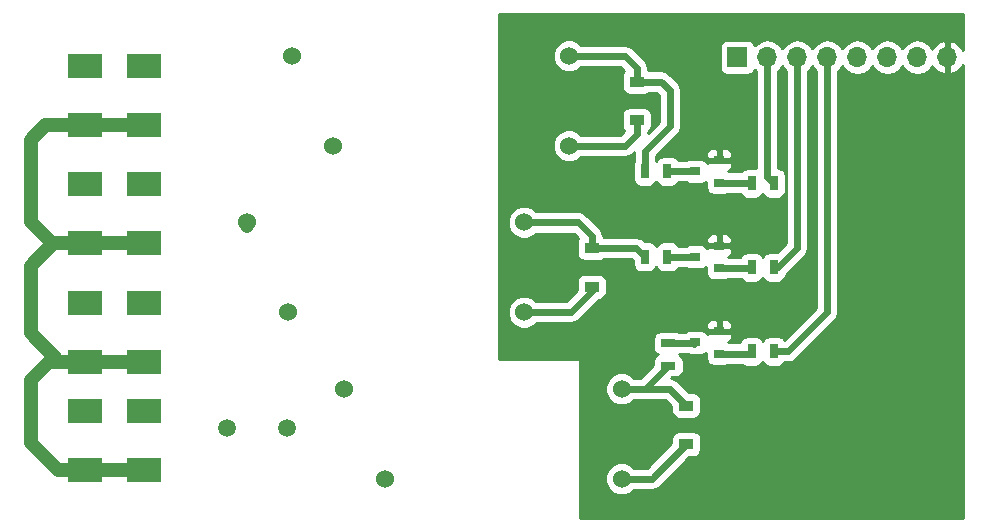
<source format=gtl>
G04 #@! TF.FileFunction,Copper,L1,Top,Signal*
%FSLAX46Y46*%
G04 Gerber Fmt 4.6, Leading zero omitted, Abs format (unit mm)*
G04 Created by KiCad (PCBNEW 4.0.2-4+6225~38~ubuntu14.04.1-stable) date Thu 05 Jan 2017 08:50:19 PM CET*
%MOMM*%
G01*
G04 APERTURE LIST*
%ADD10C,0.100000*%
%ADD11C,1.524000*%
%ADD12R,1.220000X0.910000*%
%ADD13R,0.900000X0.800000*%
%ADD14R,0.700000X1.300000*%
%ADD15R,1.300000X0.700000*%
%ADD16R,3.000000X2.000000*%
%ADD17C,1.501140*%
%ADD18R,1.700000X1.700000*%
%ADD19O,1.700000X1.700000*%
%ADD20C,0.609600*%
%ADD21C,1.219200*%
%ADD22C,0.254000*%
G04 APERTURE END LIST*
D10*
D11*
X86730000Y-91577000D03*
X86730000Y-99177000D03*
X66730000Y-99177000D03*
X63230000Y-91577000D03*
X78475000Y-77480000D03*
X78475000Y-85080000D03*
X58475000Y-85080000D03*
X54975000Y-77480000D03*
X82285000Y-63383000D03*
X82285000Y-70983000D03*
X62285000Y-70983000D03*
X58785000Y-63383000D03*
D12*
X88011000Y-68818000D03*
X88011000Y-65548000D03*
X84201000Y-82915000D03*
X84201000Y-79645000D03*
X92202000Y-96250000D03*
X92202000Y-92980000D03*
D13*
X94980000Y-74102000D03*
X94980000Y-72202000D03*
X92980000Y-73152000D03*
X94980000Y-81341000D03*
X94980000Y-79441000D03*
X92980000Y-80391000D03*
X94980000Y-88580000D03*
X94980000Y-86680000D03*
X92980000Y-87630000D03*
D14*
X97729000Y-74168000D03*
X99629000Y-74168000D03*
X97729000Y-81280000D03*
X99629000Y-81280000D03*
X97729000Y-88392000D03*
X99629000Y-88392000D03*
X88712000Y-73152000D03*
X90612000Y-73152000D03*
X88712000Y-80391000D03*
X90612000Y-80391000D03*
D15*
X90678000Y-89596000D03*
X90678000Y-87696000D03*
D16*
X41275000Y-93472000D03*
X41275000Y-98472000D03*
X46275000Y-98472000D03*
X46275000Y-93472000D03*
X41275000Y-64262000D03*
X41275000Y-69262000D03*
X41275000Y-74262000D03*
X41275000Y-79262000D03*
X41275000Y-84262000D03*
X41275000Y-89262000D03*
X46275000Y-89262000D03*
X46275000Y-84262000D03*
X46275000Y-79262000D03*
X46275000Y-74262000D03*
X46275000Y-69262000D03*
X46275000Y-64262000D03*
D17*
X53340000Y-94869000D03*
X58420000Y-94879160D03*
D18*
X96520000Y-63500000D03*
D19*
X99060000Y-63500000D03*
X101600000Y-63500000D03*
X104140000Y-63500000D03*
X106680000Y-63500000D03*
X109220000Y-63500000D03*
X111760000Y-63500000D03*
X114300000Y-63500000D03*
D20*
X88011000Y-65548000D02*
X90059000Y-65548000D01*
X88712000Y-71435000D02*
X88712000Y-73152000D01*
X90805000Y-69342000D02*
X88712000Y-71435000D01*
X90805000Y-66294000D02*
X90805000Y-69342000D01*
X90059000Y-65548000D02*
X90805000Y-66294000D01*
X82412000Y-63383000D02*
X87005000Y-63383000D01*
X88011000Y-64389000D02*
X88011000Y-65548000D01*
X87005000Y-63383000D02*
X88011000Y-64389000D01*
X84201000Y-79645000D02*
X87966000Y-79645000D01*
X87966000Y-79645000D02*
X88712000Y-80391000D01*
X78475000Y-77480000D02*
X83068000Y-77480000D01*
X84201000Y-78613000D02*
X84201000Y-79645000D01*
X83068000Y-77480000D02*
X84201000Y-78613000D01*
X90678000Y-89596000D02*
X88697000Y-91577000D01*
X88697000Y-91577000D02*
X86730000Y-91577000D01*
X86730000Y-91577000D02*
X90799000Y-91577000D01*
X90799000Y-91577000D02*
X92202000Y-92980000D01*
X99060000Y-73599000D02*
X99629000Y-74168000D01*
X99060000Y-63500000D02*
X99060000Y-73599000D01*
X101600000Y-79629000D02*
X99949000Y-81280000D01*
X99949000Y-81280000D02*
X99629000Y-81280000D01*
X101600000Y-63500000D02*
X101600000Y-79629000D01*
X100838000Y-88392000D02*
X99629000Y-88392000D01*
X104140000Y-85090000D02*
X100838000Y-88392000D01*
X104140000Y-63500000D02*
X104140000Y-85090000D01*
D21*
X54975000Y-77480000D02*
X54975000Y-77740000D01*
D20*
X90612000Y-73152000D02*
X92980000Y-73152000D01*
X90612000Y-80391000D02*
X92980000Y-80391000D01*
X92980000Y-87630000D02*
X92914000Y-87696000D01*
X92914000Y-87696000D02*
X90678000Y-87696000D01*
X92853000Y-87757000D02*
X92980000Y-87630000D01*
X86730000Y-99177000D02*
X89275000Y-99177000D01*
X89275000Y-99177000D02*
X92202000Y-96250000D01*
X84201000Y-82915000D02*
X84201000Y-83312000D01*
X84201000Y-83312000D02*
X82433000Y-85080000D01*
X82433000Y-85080000D02*
X78475000Y-85080000D01*
X88011000Y-68818000D02*
X88011000Y-69977000D01*
X87005000Y-70983000D02*
X82412000Y-70983000D01*
X88011000Y-69977000D02*
X87005000Y-70983000D01*
X94980000Y-74102000D02*
X97663000Y-74102000D01*
X97663000Y-74102000D02*
X97729000Y-74168000D01*
X94980000Y-81341000D02*
X97668000Y-81341000D01*
X97668000Y-81341000D02*
X97729000Y-81280000D01*
X94980000Y-88580000D02*
X97541000Y-88580000D01*
X97541000Y-88580000D02*
X97729000Y-88392000D01*
D21*
X41275000Y-89262000D02*
X38246000Y-89262000D01*
X39036000Y-98472000D02*
X41275000Y-98472000D01*
X36703000Y-96139000D02*
X39036000Y-98472000D01*
X36703000Y-90805000D02*
X36703000Y-96139000D01*
X38246000Y-89262000D02*
X36703000Y-90805000D01*
X41275000Y-79262000D02*
X38594000Y-79262000D01*
X39097000Y-89262000D02*
X41275000Y-89262000D01*
X36703000Y-86868000D02*
X39097000Y-89262000D01*
X36703000Y-81153000D02*
X36703000Y-86868000D01*
X38594000Y-79262000D02*
X36703000Y-81153000D01*
X41275000Y-69262000D02*
X37926000Y-69262000D01*
X38495000Y-79262000D02*
X41275000Y-79262000D01*
X36703000Y-77470000D02*
X38495000Y-79262000D01*
X36703000Y-70485000D02*
X36703000Y-77470000D01*
X37926000Y-69262000D02*
X36703000Y-70485000D01*
X41275000Y-89262000D02*
X46275000Y-89262000D01*
X41275000Y-98472000D02*
X46275000Y-98472000D01*
X41275000Y-79262000D02*
X46275000Y-79262000D01*
X41275000Y-69262000D02*
X46275000Y-69262000D01*
D22*
G36*
X115622000Y-62888680D02*
X115495183Y-62618642D01*
X115066924Y-62228355D01*
X114656890Y-62058524D01*
X114427000Y-62179845D01*
X114427000Y-63373000D01*
X114447000Y-63373000D01*
X114447000Y-63627000D01*
X114427000Y-63627000D01*
X114427000Y-64820155D01*
X114656890Y-64941476D01*
X115066924Y-64771645D01*
X115495183Y-64381358D01*
X115622000Y-64111320D01*
X115622000Y-102489000D01*
X83235800Y-102489000D01*
X83235800Y-99453661D01*
X85332758Y-99453661D01*
X85544990Y-99967303D01*
X85937630Y-100360629D01*
X86450900Y-100573757D01*
X87006661Y-100574242D01*
X87520303Y-100362010D01*
X87765941Y-100116800D01*
X89275000Y-100116800D01*
X89634646Y-100045262D01*
X89939539Y-99841539D01*
X92428638Y-97352440D01*
X92812000Y-97352440D01*
X93047317Y-97308162D01*
X93263441Y-97169090D01*
X93408431Y-96956890D01*
X93459440Y-96705000D01*
X93459440Y-95795000D01*
X93415162Y-95559683D01*
X93276090Y-95343559D01*
X93063890Y-95198569D01*
X92812000Y-95147560D01*
X91592000Y-95147560D01*
X91356683Y-95191838D01*
X91140559Y-95330910D01*
X90995569Y-95543110D01*
X90944560Y-95795000D01*
X90944560Y-96178362D01*
X88885722Y-98237200D01*
X87765774Y-98237200D01*
X87522370Y-97993371D01*
X87009100Y-97780243D01*
X86453339Y-97779758D01*
X85939697Y-97991990D01*
X85546371Y-98384630D01*
X85333243Y-98897900D01*
X85332758Y-99453661D01*
X83235800Y-99453661D01*
X83235800Y-89204800D01*
X83225794Y-89155390D01*
X83197353Y-89113765D01*
X83154959Y-89086485D01*
X83108800Y-89077800D01*
X76327000Y-89077800D01*
X76327000Y-85356661D01*
X77077758Y-85356661D01*
X77289990Y-85870303D01*
X77682630Y-86263629D01*
X78195900Y-86476757D01*
X78751661Y-86477242D01*
X79265303Y-86265010D01*
X79376817Y-86153690D01*
X93895000Y-86153690D01*
X93895000Y-86394250D01*
X94053750Y-86553000D01*
X94853000Y-86553000D01*
X94853000Y-85803750D01*
X95107000Y-85803750D01*
X95107000Y-86553000D01*
X95906250Y-86553000D01*
X96065000Y-86394250D01*
X96065000Y-86153690D01*
X95968327Y-85920301D01*
X95789698Y-85741673D01*
X95556309Y-85645000D01*
X95265750Y-85645000D01*
X95107000Y-85803750D01*
X94853000Y-85803750D01*
X94694250Y-85645000D01*
X94403691Y-85645000D01*
X94170302Y-85741673D01*
X93991673Y-85920301D01*
X93895000Y-86153690D01*
X79376817Y-86153690D01*
X79510941Y-86019800D01*
X82433000Y-86019800D01*
X82792646Y-85948262D01*
X83097539Y-85744539D01*
X84827799Y-84014279D01*
X85046317Y-83973162D01*
X85262441Y-83834090D01*
X85407431Y-83621890D01*
X85458440Y-83370000D01*
X85458440Y-82460000D01*
X85414162Y-82224683D01*
X85275090Y-82008559D01*
X85062890Y-81863569D01*
X84811000Y-81812560D01*
X83591000Y-81812560D01*
X83355683Y-81856838D01*
X83139559Y-81995910D01*
X82994569Y-82208110D01*
X82943560Y-82460000D01*
X82943560Y-83240362D01*
X82043722Y-84140200D01*
X79510774Y-84140200D01*
X79267370Y-83896371D01*
X78754100Y-83683243D01*
X78198339Y-83682758D01*
X77684697Y-83894990D01*
X77291371Y-84287630D01*
X77078243Y-84800900D01*
X77077758Y-85356661D01*
X76327000Y-85356661D01*
X76327000Y-77756661D01*
X77077758Y-77756661D01*
X77289990Y-78270303D01*
X77682630Y-78663629D01*
X78195900Y-78876757D01*
X78751661Y-78877242D01*
X79265303Y-78665010D01*
X79510941Y-78419800D01*
X82678722Y-78419800D01*
X83076752Y-78817830D01*
X82994569Y-78938110D01*
X82943560Y-79190000D01*
X82943560Y-80100000D01*
X82987838Y-80335317D01*
X83126910Y-80551441D01*
X83339110Y-80696431D01*
X83591000Y-80747440D01*
X84811000Y-80747440D01*
X85046317Y-80703162D01*
X85230257Y-80584800D01*
X87576722Y-80584800D01*
X87714560Y-80722638D01*
X87714560Y-81041000D01*
X87758838Y-81276317D01*
X87897910Y-81492441D01*
X88110110Y-81637431D01*
X88362000Y-81688440D01*
X89062000Y-81688440D01*
X89297317Y-81644162D01*
X89513441Y-81505090D01*
X89658431Y-81292890D01*
X89661081Y-81279803D01*
X89797910Y-81492441D01*
X90010110Y-81637431D01*
X90262000Y-81688440D01*
X90962000Y-81688440D01*
X91197317Y-81644162D01*
X91413441Y-81505090D01*
X91532528Y-81330800D01*
X92195228Y-81330800D01*
X92278110Y-81387431D01*
X92530000Y-81438440D01*
X93430000Y-81438440D01*
X93665317Y-81394162D01*
X93881441Y-81255090D01*
X93882560Y-81253452D01*
X93882560Y-81741000D01*
X93926838Y-81976317D01*
X94065910Y-82192441D01*
X94278110Y-82337431D01*
X94530000Y-82388440D01*
X95430000Y-82388440D01*
X95665317Y-82344162D01*
X95763784Y-82280800D01*
X96850149Y-82280800D01*
X96914910Y-82381441D01*
X97127110Y-82526431D01*
X97379000Y-82577440D01*
X98079000Y-82577440D01*
X98314317Y-82533162D01*
X98530441Y-82394090D01*
X98675431Y-82181890D01*
X98678081Y-82168803D01*
X98814910Y-82381441D01*
X99027110Y-82526431D01*
X99279000Y-82577440D01*
X99979000Y-82577440D01*
X100214317Y-82533162D01*
X100430441Y-82394090D01*
X100575431Y-82181890D01*
X100626024Y-81932054D01*
X102264539Y-80293539D01*
X102468262Y-79988646D01*
X102539800Y-79629000D01*
X102539800Y-64652816D01*
X102650054Y-64579147D01*
X102870000Y-64249974D01*
X103089946Y-64579147D01*
X103200200Y-64652816D01*
X103200200Y-84700722D01*
X100508583Y-87392339D01*
X100443090Y-87290559D01*
X100230890Y-87145569D01*
X99979000Y-87094560D01*
X99279000Y-87094560D01*
X99043683Y-87138838D01*
X98827559Y-87277910D01*
X98682569Y-87490110D01*
X98679919Y-87503197D01*
X98543090Y-87290559D01*
X98330890Y-87145569D01*
X98079000Y-87094560D01*
X97379000Y-87094560D01*
X97143683Y-87138838D01*
X96927559Y-87277910D01*
X96782569Y-87490110D01*
X96752175Y-87640200D01*
X95764772Y-87640200D01*
X95754250Y-87633010D01*
X95789698Y-87618327D01*
X95968327Y-87439699D01*
X96065000Y-87206310D01*
X96065000Y-86965750D01*
X95906250Y-86807000D01*
X95107000Y-86807000D01*
X95107000Y-86827000D01*
X94853000Y-86827000D01*
X94853000Y-86807000D01*
X94053750Y-86807000D01*
X93967738Y-86893012D01*
X93894090Y-86778559D01*
X93681890Y-86633569D01*
X93430000Y-86582560D01*
X92530000Y-86582560D01*
X92294683Y-86626838D01*
X92093649Y-86756200D01*
X91589595Y-86756200D01*
X91579890Y-86749569D01*
X91328000Y-86698560D01*
X90028000Y-86698560D01*
X89792683Y-86742838D01*
X89576559Y-86881910D01*
X89431569Y-87094110D01*
X89380560Y-87346000D01*
X89380560Y-88046000D01*
X89424838Y-88281317D01*
X89563910Y-88497441D01*
X89776110Y-88642431D01*
X89789197Y-88645081D01*
X89576559Y-88781910D01*
X89431569Y-88994110D01*
X89380560Y-89246000D01*
X89380560Y-89564362D01*
X88307722Y-90637200D01*
X87765774Y-90637200D01*
X87522370Y-90393371D01*
X87009100Y-90180243D01*
X86453339Y-90179758D01*
X85939697Y-90391990D01*
X85546371Y-90784630D01*
X85333243Y-91297900D01*
X85332758Y-91853661D01*
X85544990Y-92367303D01*
X85937630Y-92760629D01*
X86450900Y-92973757D01*
X87006661Y-92974242D01*
X87520303Y-92762010D01*
X87765941Y-92516800D01*
X90409722Y-92516800D01*
X90944560Y-93051638D01*
X90944560Y-93435000D01*
X90988838Y-93670317D01*
X91127910Y-93886441D01*
X91340110Y-94031431D01*
X91592000Y-94082440D01*
X92812000Y-94082440D01*
X93047317Y-94038162D01*
X93263441Y-93899090D01*
X93408431Y-93686890D01*
X93459440Y-93435000D01*
X93459440Y-92525000D01*
X93415162Y-92289683D01*
X93276090Y-92073559D01*
X93063890Y-91928569D01*
X92812000Y-91877560D01*
X92428638Y-91877560D01*
X91463539Y-90912461D01*
X91158646Y-90708738D01*
X90938191Y-90664887D01*
X91009638Y-90593440D01*
X91328000Y-90593440D01*
X91563317Y-90549162D01*
X91779441Y-90410090D01*
X91924431Y-90197890D01*
X91975440Y-89946000D01*
X91975440Y-89246000D01*
X91931162Y-89010683D01*
X91792090Y-88794559D01*
X91579890Y-88649569D01*
X91566803Y-88646919D01*
X91584082Y-88635800D01*
X92324376Y-88635800D01*
X92530000Y-88677440D01*
X92755671Y-88677440D01*
X92853000Y-88696800D01*
X92950329Y-88677440D01*
X93430000Y-88677440D01*
X93665317Y-88633162D01*
X93881441Y-88494090D01*
X93882560Y-88492452D01*
X93882560Y-88980000D01*
X93926838Y-89215317D01*
X94065910Y-89431441D01*
X94278110Y-89576431D01*
X94530000Y-89627440D01*
X95430000Y-89627440D01*
X95665317Y-89583162D01*
X95763784Y-89519800D01*
X96953488Y-89519800D01*
X97127110Y-89638431D01*
X97379000Y-89689440D01*
X98079000Y-89689440D01*
X98314317Y-89645162D01*
X98530441Y-89506090D01*
X98675431Y-89293890D01*
X98678081Y-89280803D01*
X98814910Y-89493441D01*
X99027110Y-89638431D01*
X99279000Y-89689440D01*
X99979000Y-89689440D01*
X100214317Y-89645162D01*
X100430441Y-89506090D01*
X100549528Y-89331800D01*
X100838000Y-89331800D01*
X101197646Y-89260262D01*
X101502539Y-89056539D01*
X104804539Y-85754539D01*
X105008262Y-85449646D01*
X105079800Y-85090000D01*
X105079800Y-64652816D01*
X105190054Y-64579147D01*
X105410000Y-64249974D01*
X105629946Y-64579147D01*
X106111715Y-64901054D01*
X106680000Y-65014093D01*
X107248285Y-64901054D01*
X107730054Y-64579147D01*
X107950000Y-64249974D01*
X108169946Y-64579147D01*
X108651715Y-64901054D01*
X109220000Y-65014093D01*
X109788285Y-64901054D01*
X110270054Y-64579147D01*
X110490000Y-64249974D01*
X110709946Y-64579147D01*
X111191715Y-64901054D01*
X111760000Y-65014093D01*
X112328285Y-64901054D01*
X112810054Y-64579147D01*
X113037702Y-64238447D01*
X113104817Y-64381358D01*
X113533076Y-64771645D01*
X113943110Y-64941476D01*
X114173000Y-64820155D01*
X114173000Y-63627000D01*
X114153000Y-63627000D01*
X114153000Y-63373000D01*
X114173000Y-63373000D01*
X114173000Y-62179845D01*
X113943110Y-62058524D01*
X113533076Y-62228355D01*
X113104817Y-62618642D01*
X113037702Y-62761553D01*
X112810054Y-62420853D01*
X112328285Y-62098946D01*
X111760000Y-61985907D01*
X111191715Y-62098946D01*
X110709946Y-62420853D01*
X110490000Y-62750026D01*
X110270054Y-62420853D01*
X109788285Y-62098946D01*
X109220000Y-61985907D01*
X108651715Y-62098946D01*
X108169946Y-62420853D01*
X107950000Y-62750026D01*
X107730054Y-62420853D01*
X107248285Y-62098946D01*
X106680000Y-61985907D01*
X106111715Y-62098946D01*
X105629946Y-62420853D01*
X105410000Y-62750026D01*
X105190054Y-62420853D01*
X104708285Y-62098946D01*
X104140000Y-61985907D01*
X103571715Y-62098946D01*
X103089946Y-62420853D01*
X102870000Y-62750026D01*
X102650054Y-62420853D01*
X102168285Y-62098946D01*
X101600000Y-61985907D01*
X101031715Y-62098946D01*
X100549946Y-62420853D01*
X100330000Y-62750026D01*
X100110054Y-62420853D01*
X99628285Y-62098946D01*
X99060000Y-61985907D01*
X98491715Y-62098946D01*
X98009946Y-62420853D01*
X97982150Y-62462452D01*
X97973162Y-62414683D01*
X97834090Y-62198559D01*
X97621890Y-62053569D01*
X97370000Y-62002560D01*
X95670000Y-62002560D01*
X95434683Y-62046838D01*
X95218559Y-62185910D01*
X95073569Y-62398110D01*
X95022560Y-62650000D01*
X95022560Y-64350000D01*
X95066838Y-64585317D01*
X95205910Y-64801441D01*
X95418110Y-64946431D01*
X95670000Y-64997440D01*
X97370000Y-64997440D01*
X97605317Y-64953162D01*
X97821441Y-64814090D01*
X97966431Y-64601890D01*
X97980086Y-64534459D01*
X98009946Y-64579147D01*
X98120200Y-64652816D01*
X98120200Y-72878903D01*
X98079000Y-72870560D01*
X97379000Y-72870560D01*
X97143683Y-72914838D01*
X96927559Y-73053910D01*
X96853568Y-73162200D01*
X95764772Y-73162200D01*
X95754250Y-73155010D01*
X95789698Y-73140327D01*
X95968327Y-72961699D01*
X96065000Y-72728310D01*
X96065000Y-72487750D01*
X95906250Y-72329000D01*
X95107000Y-72329000D01*
X95107000Y-72349000D01*
X94853000Y-72349000D01*
X94853000Y-72329000D01*
X94053750Y-72329000D01*
X93967738Y-72415012D01*
X93894090Y-72300559D01*
X93681890Y-72155569D01*
X93430000Y-72104560D01*
X92530000Y-72104560D01*
X92294683Y-72148838D01*
X92196216Y-72212200D01*
X91530103Y-72212200D01*
X91426090Y-72050559D01*
X91213890Y-71905569D01*
X90962000Y-71854560D01*
X90262000Y-71854560D01*
X90026683Y-71898838D01*
X89810559Y-72037910D01*
X89665569Y-72250110D01*
X89662919Y-72263197D01*
X89651800Y-72245918D01*
X89651800Y-71824278D01*
X89800388Y-71675690D01*
X93895000Y-71675690D01*
X93895000Y-71916250D01*
X94053750Y-72075000D01*
X94853000Y-72075000D01*
X94853000Y-71325750D01*
X95107000Y-71325750D01*
X95107000Y-72075000D01*
X95906250Y-72075000D01*
X96065000Y-71916250D01*
X96065000Y-71675690D01*
X95968327Y-71442301D01*
X95789698Y-71263673D01*
X95556309Y-71167000D01*
X95265750Y-71167000D01*
X95107000Y-71325750D01*
X94853000Y-71325750D01*
X94694250Y-71167000D01*
X94403691Y-71167000D01*
X94170302Y-71263673D01*
X93991673Y-71442301D01*
X93895000Y-71675690D01*
X89800388Y-71675690D01*
X91469539Y-70006539D01*
X91673262Y-69701646D01*
X91744800Y-69342000D01*
X91744800Y-66294000D01*
X91673262Y-65934354D01*
X91469539Y-65629461D01*
X90723539Y-64883461D01*
X90418646Y-64679738D01*
X90059000Y-64608200D01*
X89036267Y-64608200D01*
X88950800Y-64549803D01*
X88950800Y-64389000D01*
X88879262Y-64029354D01*
X88675539Y-63724461D01*
X87669539Y-62718461D01*
X87364646Y-62514738D01*
X87005000Y-62443200D01*
X83320774Y-62443200D01*
X83077370Y-62199371D01*
X82564100Y-61986243D01*
X82008339Y-61985758D01*
X81494697Y-62197990D01*
X81101371Y-62590630D01*
X80888243Y-63103900D01*
X80887758Y-63659661D01*
X81099990Y-64173303D01*
X81492630Y-64566629D01*
X82005900Y-64779757D01*
X82561661Y-64780242D01*
X83075303Y-64568010D01*
X83320941Y-64322800D01*
X86615722Y-64322800D01*
X86938304Y-64645382D01*
X86804569Y-64841110D01*
X86753560Y-65093000D01*
X86753560Y-66003000D01*
X86797838Y-66238317D01*
X86936910Y-66454441D01*
X87149110Y-66599431D01*
X87401000Y-66650440D01*
X88621000Y-66650440D01*
X88856317Y-66606162D01*
X89040257Y-66487800D01*
X89669722Y-66487800D01*
X89865200Y-66683278D01*
X89865200Y-68952722D01*
X88950800Y-69867122D01*
X88950800Y-69815364D01*
X89072441Y-69737090D01*
X89217431Y-69524890D01*
X89268440Y-69273000D01*
X89268440Y-68363000D01*
X89224162Y-68127683D01*
X89085090Y-67911559D01*
X88872890Y-67766569D01*
X88621000Y-67715560D01*
X87401000Y-67715560D01*
X87165683Y-67759838D01*
X86949559Y-67898910D01*
X86804569Y-68111110D01*
X86753560Y-68363000D01*
X86753560Y-69273000D01*
X86797838Y-69508317D01*
X86935959Y-69722963D01*
X86615722Y-70043200D01*
X83320774Y-70043200D01*
X83077370Y-69799371D01*
X82564100Y-69586243D01*
X82008339Y-69585758D01*
X81494697Y-69797990D01*
X81101371Y-70190630D01*
X80888243Y-70703900D01*
X80887758Y-71259661D01*
X81099990Y-71773303D01*
X81492630Y-72166629D01*
X82005900Y-72379757D01*
X82561661Y-72380242D01*
X83075303Y-72168010D01*
X83320941Y-71922800D01*
X87005000Y-71922800D01*
X87364646Y-71851262D01*
X87669539Y-71647539D01*
X87772200Y-71544878D01*
X87772200Y-72240405D01*
X87765569Y-72250110D01*
X87714560Y-72502000D01*
X87714560Y-73802000D01*
X87758838Y-74037317D01*
X87897910Y-74253441D01*
X88110110Y-74398431D01*
X88362000Y-74449440D01*
X89062000Y-74449440D01*
X89297317Y-74405162D01*
X89513441Y-74266090D01*
X89658431Y-74053890D01*
X89661081Y-74040803D01*
X89797910Y-74253441D01*
X90010110Y-74398431D01*
X90262000Y-74449440D01*
X90962000Y-74449440D01*
X91197317Y-74405162D01*
X91413441Y-74266090D01*
X91532528Y-74091800D01*
X92195228Y-74091800D01*
X92278110Y-74148431D01*
X92530000Y-74199440D01*
X93430000Y-74199440D01*
X93665317Y-74155162D01*
X93881441Y-74016090D01*
X93882560Y-74014452D01*
X93882560Y-74502000D01*
X93926838Y-74737317D01*
X94065910Y-74953441D01*
X94278110Y-75098431D01*
X94530000Y-75149440D01*
X95430000Y-75149440D01*
X95665317Y-75105162D01*
X95763784Y-75041800D01*
X96773671Y-75041800D01*
X96775838Y-75053317D01*
X96914910Y-75269441D01*
X97127110Y-75414431D01*
X97379000Y-75465440D01*
X98079000Y-75465440D01*
X98314317Y-75421162D01*
X98530441Y-75282090D01*
X98675431Y-75069890D01*
X98678081Y-75056803D01*
X98814910Y-75269441D01*
X99027110Y-75414431D01*
X99279000Y-75465440D01*
X99979000Y-75465440D01*
X100214317Y-75421162D01*
X100430441Y-75282090D01*
X100575431Y-75069890D01*
X100626440Y-74818000D01*
X100626440Y-73518000D01*
X100582162Y-73282683D01*
X100443090Y-73066559D01*
X100230890Y-72921569D01*
X99999800Y-72874772D01*
X99999800Y-64652816D01*
X100110054Y-64579147D01*
X100330000Y-64249974D01*
X100549946Y-64579147D01*
X100660200Y-64652816D01*
X100660200Y-79239722D01*
X99917362Y-79982560D01*
X99279000Y-79982560D01*
X99043683Y-80026838D01*
X98827559Y-80165910D01*
X98682569Y-80378110D01*
X98679919Y-80391197D01*
X98543090Y-80178559D01*
X98330890Y-80033569D01*
X98079000Y-79982560D01*
X97379000Y-79982560D01*
X97143683Y-80026838D01*
X96927559Y-80165910D01*
X96782569Y-80378110D01*
X96777893Y-80401200D01*
X95764772Y-80401200D01*
X95754250Y-80394010D01*
X95789698Y-80379327D01*
X95968327Y-80200699D01*
X96065000Y-79967310D01*
X96065000Y-79726750D01*
X95906250Y-79568000D01*
X95107000Y-79568000D01*
X95107000Y-79588000D01*
X94853000Y-79588000D01*
X94853000Y-79568000D01*
X94053750Y-79568000D01*
X93967738Y-79654012D01*
X93894090Y-79539559D01*
X93681890Y-79394569D01*
X93430000Y-79343560D01*
X92530000Y-79343560D01*
X92294683Y-79387838D01*
X92196216Y-79451200D01*
X91530103Y-79451200D01*
X91426090Y-79289559D01*
X91213890Y-79144569D01*
X90962000Y-79093560D01*
X90262000Y-79093560D01*
X90026683Y-79137838D01*
X89810559Y-79276910D01*
X89665569Y-79489110D01*
X89662919Y-79502197D01*
X89526090Y-79289559D01*
X89313890Y-79144569D01*
X89062000Y-79093560D01*
X88743638Y-79093560D01*
X88630539Y-78980461D01*
X88532106Y-78914690D01*
X93895000Y-78914690D01*
X93895000Y-79155250D01*
X94053750Y-79314000D01*
X94853000Y-79314000D01*
X94853000Y-78564750D01*
X95107000Y-78564750D01*
X95107000Y-79314000D01*
X95906250Y-79314000D01*
X96065000Y-79155250D01*
X96065000Y-78914690D01*
X95968327Y-78681301D01*
X95789698Y-78502673D01*
X95556309Y-78406000D01*
X95265750Y-78406000D01*
X95107000Y-78564750D01*
X94853000Y-78564750D01*
X94694250Y-78406000D01*
X94403691Y-78406000D01*
X94170302Y-78502673D01*
X93991673Y-78681301D01*
X93895000Y-78914690D01*
X88532106Y-78914690D01*
X88325646Y-78776738D01*
X87966000Y-78705200D01*
X85226267Y-78705200D01*
X85140800Y-78646803D01*
X85140800Y-78613000D01*
X85069262Y-78253354D01*
X84865539Y-77948461D01*
X83732539Y-76815461D01*
X83427646Y-76611738D01*
X83068000Y-76540200D01*
X79510774Y-76540200D01*
X79267370Y-76296371D01*
X78754100Y-76083243D01*
X78198339Y-76082758D01*
X77684697Y-76294990D01*
X77291371Y-76687630D01*
X77078243Y-77200900D01*
X77077758Y-77756661D01*
X76327000Y-77756661D01*
X76327000Y-59817000D01*
X115622000Y-59817000D01*
X115622000Y-62888680D01*
X115622000Y-62888680D01*
G37*
X115622000Y-62888680D02*
X115495183Y-62618642D01*
X115066924Y-62228355D01*
X114656890Y-62058524D01*
X114427000Y-62179845D01*
X114427000Y-63373000D01*
X114447000Y-63373000D01*
X114447000Y-63627000D01*
X114427000Y-63627000D01*
X114427000Y-64820155D01*
X114656890Y-64941476D01*
X115066924Y-64771645D01*
X115495183Y-64381358D01*
X115622000Y-64111320D01*
X115622000Y-102489000D01*
X83235800Y-102489000D01*
X83235800Y-99453661D01*
X85332758Y-99453661D01*
X85544990Y-99967303D01*
X85937630Y-100360629D01*
X86450900Y-100573757D01*
X87006661Y-100574242D01*
X87520303Y-100362010D01*
X87765941Y-100116800D01*
X89275000Y-100116800D01*
X89634646Y-100045262D01*
X89939539Y-99841539D01*
X92428638Y-97352440D01*
X92812000Y-97352440D01*
X93047317Y-97308162D01*
X93263441Y-97169090D01*
X93408431Y-96956890D01*
X93459440Y-96705000D01*
X93459440Y-95795000D01*
X93415162Y-95559683D01*
X93276090Y-95343559D01*
X93063890Y-95198569D01*
X92812000Y-95147560D01*
X91592000Y-95147560D01*
X91356683Y-95191838D01*
X91140559Y-95330910D01*
X90995569Y-95543110D01*
X90944560Y-95795000D01*
X90944560Y-96178362D01*
X88885722Y-98237200D01*
X87765774Y-98237200D01*
X87522370Y-97993371D01*
X87009100Y-97780243D01*
X86453339Y-97779758D01*
X85939697Y-97991990D01*
X85546371Y-98384630D01*
X85333243Y-98897900D01*
X85332758Y-99453661D01*
X83235800Y-99453661D01*
X83235800Y-89204800D01*
X83225794Y-89155390D01*
X83197353Y-89113765D01*
X83154959Y-89086485D01*
X83108800Y-89077800D01*
X76327000Y-89077800D01*
X76327000Y-85356661D01*
X77077758Y-85356661D01*
X77289990Y-85870303D01*
X77682630Y-86263629D01*
X78195900Y-86476757D01*
X78751661Y-86477242D01*
X79265303Y-86265010D01*
X79376817Y-86153690D01*
X93895000Y-86153690D01*
X93895000Y-86394250D01*
X94053750Y-86553000D01*
X94853000Y-86553000D01*
X94853000Y-85803750D01*
X95107000Y-85803750D01*
X95107000Y-86553000D01*
X95906250Y-86553000D01*
X96065000Y-86394250D01*
X96065000Y-86153690D01*
X95968327Y-85920301D01*
X95789698Y-85741673D01*
X95556309Y-85645000D01*
X95265750Y-85645000D01*
X95107000Y-85803750D01*
X94853000Y-85803750D01*
X94694250Y-85645000D01*
X94403691Y-85645000D01*
X94170302Y-85741673D01*
X93991673Y-85920301D01*
X93895000Y-86153690D01*
X79376817Y-86153690D01*
X79510941Y-86019800D01*
X82433000Y-86019800D01*
X82792646Y-85948262D01*
X83097539Y-85744539D01*
X84827799Y-84014279D01*
X85046317Y-83973162D01*
X85262441Y-83834090D01*
X85407431Y-83621890D01*
X85458440Y-83370000D01*
X85458440Y-82460000D01*
X85414162Y-82224683D01*
X85275090Y-82008559D01*
X85062890Y-81863569D01*
X84811000Y-81812560D01*
X83591000Y-81812560D01*
X83355683Y-81856838D01*
X83139559Y-81995910D01*
X82994569Y-82208110D01*
X82943560Y-82460000D01*
X82943560Y-83240362D01*
X82043722Y-84140200D01*
X79510774Y-84140200D01*
X79267370Y-83896371D01*
X78754100Y-83683243D01*
X78198339Y-83682758D01*
X77684697Y-83894990D01*
X77291371Y-84287630D01*
X77078243Y-84800900D01*
X77077758Y-85356661D01*
X76327000Y-85356661D01*
X76327000Y-77756661D01*
X77077758Y-77756661D01*
X77289990Y-78270303D01*
X77682630Y-78663629D01*
X78195900Y-78876757D01*
X78751661Y-78877242D01*
X79265303Y-78665010D01*
X79510941Y-78419800D01*
X82678722Y-78419800D01*
X83076752Y-78817830D01*
X82994569Y-78938110D01*
X82943560Y-79190000D01*
X82943560Y-80100000D01*
X82987838Y-80335317D01*
X83126910Y-80551441D01*
X83339110Y-80696431D01*
X83591000Y-80747440D01*
X84811000Y-80747440D01*
X85046317Y-80703162D01*
X85230257Y-80584800D01*
X87576722Y-80584800D01*
X87714560Y-80722638D01*
X87714560Y-81041000D01*
X87758838Y-81276317D01*
X87897910Y-81492441D01*
X88110110Y-81637431D01*
X88362000Y-81688440D01*
X89062000Y-81688440D01*
X89297317Y-81644162D01*
X89513441Y-81505090D01*
X89658431Y-81292890D01*
X89661081Y-81279803D01*
X89797910Y-81492441D01*
X90010110Y-81637431D01*
X90262000Y-81688440D01*
X90962000Y-81688440D01*
X91197317Y-81644162D01*
X91413441Y-81505090D01*
X91532528Y-81330800D01*
X92195228Y-81330800D01*
X92278110Y-81387431D01*
X92530000Y-81438440D01*
X93430000Y-81438440D01*
X93665317Y-81394162D01*
X93881441Y-81255090D01*
X93882560Y-81253452D01*
X93882560Y-81741000D01*
X93926838Y-81976317D01*
X94065910Y-82192441D01*
X94278110Y-82337431D01*
X94530000Y-82388440D01*
X95430000Y-82388440D01*
X95665317Y-82344162D01*
X95763784Y-82280800D01*
X96850149Y-82280800D01*
X96914910Y-82381441D01*
X97127110Y-82526431D01*
X97379000Y-82577440D01*
X98079000Y-82577440D01*
X98314317Y-82533162D01*
X98530441Y-82394090D01*
X98675431Y-82181890D01*
X98678081Y-82168803D01*
X98814910Y-82381441D01*
X99027110Y-82526431D01*
X99279000Y-82577440D01*
X99979000Y-82577440D01*
X100214317Y-82533162D01*
X100430441Y-82394090D01*
X100575431Y-82181890D01*
X100626024Y-81932054D01*
X102264539Y-80293539D01*
X102468262Y-79988646D01*
X102539800Y-79629000D01*
X102539800Y-64652816D01*
X102650054Y-64579147D01*
X102870000Y-64249974D01*
X103089946Y-64579147D01*
X103200200Y-64652816D01*
X103200200Y-84700722D01*
X100508583Y-87392339D01*
X100443090Y-87290559D01*
X100230890Y-87145569D01*
X99979000Y-87094560D01*
X99279000Y-87094560D01*
X99043683Y-87138838D01*
X98827559Y-87277910D01*
X98682569Y-87490110D01*
X98679919Y-87503197D01*
X98543090Y-87290559D01*
X98330890Y-87145569D01*
X98079000Y-87094560D01*
X97379000Y-87094560D01*
X97143683Y-87138838D01*
X96927559Y-87277910D01*
X96782569Y-87490110D01*
X96752175Y-87640200D01*
X95764772Y-87640200D01*
X95754250Y-87633010D01*
X95789698Y-87618327D01*
X95968327Y-87439699D01*
X96065000Y-87206310D01*
X96065000Y-86965750D01*
X95906250Y-86807000D01*
X95107000Y-86807000D01*
X95107000Y-86827000D01*
X94853000Y-86827000D01*
X94853000Y-86807000D01*
X94053750Y-86807000D01*
X93967738Y-86893012D01*
X93894090Y-86778559D01*
X93681890Y-86633569D01*
X93430000Y-86582560D01*
X92530000Y-86582560D01*
X92294683Y-86626838D01*
X92093649Y-86756200D01*
X91589595Y-86756200D01*
X91579890Y-86749569D01*
X91328000Y-86698560D01*
X90028000Y-86698560D01*
X89792683Y-86742838D01*
X89576559Y-86881910D01*
X89431569Y-87094110D01*
X89380560Y-87346000D01*
X89380560Y-88046000D01*
X89424838Y-88281317D01*
X89563910Y-88497441D01*
X89776110Y-88642431D01*
X89789197Y-88645081D01*
X89576559Y-88781910D01*
X89431569Y-88994110D01*
X89380560Y-89246000D01*
X89380560Y-89564362D01*
X88307722Y-90637200D01*
X87765774Y-90637200D01*
X87522370Y-90393371D01*
X87009100Y-90180243D01*
X86453339Y-90179758D01*
X85939697Y-90391990D01*
X85546371Y-90784630D01*
X85333243Y-91297900D01*
X85332758Y-91853661D01*
X85544990Y-92367303D01*
X85937630Y-92760629D01*
X86450900Y-92973757D01*
X87006661Y-92974242D01*
X87520303Y-92762010D01*
X87765941Y-92516800D01*
X90409722Y-92516800D01*
X90944560Y-93051638D01*
X90944560Y-93435000D01*
X90988838Y-93670317D01*
X91127910Y-93886441D01*
X91340110Y-94031431D01*
X91592000Y-94082440D01*
X92812000Y-94082440D01*
X93047317Y-94038162D01*
X93263441Y-93899090D01*
X93408431Y-93686890D01*
X93459440Y-93435000D01*
X93459440Y-92525000D01*
X93415162Y-92289683D01*
X93276090Y-92073559D01*
X93063890Y-91928569D01*
X92812000Y-91877560D01*
X92428638Y-91877560D01*
X91463539Y-90912461D01*
X91158646Y-90708738D01*
X90938191Y-90664887D01*
X91009638Y-90593440D01*
X91328000Y-90593440D01*
X91563317Y-90549162D01*
X91779441Y-90410090D01*
X91924431Y-90197890D01*
X91975440Y-89946000D01*
X91975440Y-89246000D01*
X91931162Y-89010683D01*
X91792090Y-88794559D01*
X91579890Y-88649569D01*
X91566803Y-88646919D01*
X91584082Y-88635800D01*
X92324376Y-88635800D01*
X92530000Y-88677440D01*
X92755671Y-88677440D01*
X92853000Y-88696800D01*
X92950329Y-88677440D01*
X93430000Y-88677440D01*
X93665317Y-88633162D01*
X93881441Y-88494090D01*
X93882560Y-88492452D01*
X93882560Y-88980000D01*
X93926838Y-89215317D01*
X94065910Y-89431441D01*
X94278110Y-89576431D01*
X94530000Y-89627440D01*
X95430000Y-89627440D01*
X95665317Y-89583162D01*
X95763784Y-89519800D01*
X96953488Y-89519800D01*
X97127110Y-89638431D01*
X97379000Y-89689440D01*
X98079000Y-89689440D01*
X98314317Y-89645162D01*
X98530441Y-89506090D01*
X98675431Y-89293890D01*
X98678081Y-89280803D01*
X98814910Y-89493441D01*
X99027110Y-89638431D01*
X99279000Y-89689440D01*
X99979000Y-89689440D01*
X100214317Y-89645162D01*
X100430441Y-89506090D01*
X100549528Y-89331800D01*
X100838000Y-89331800D01*
X101197646Y-89260262D01*
X101502539Y-89056539D01*
X104804539Y-85754539D01*
X105008262Y-85449646D01*
X105079800Y-85090000D01*
X105079800Y-64652816D01*
X105190054Y-64579147D01*
X105410000Y-64249974D01*
X105629946Y-64579147D01*
X106111715Y-64901054D01*
X106680000Y-65014093D01*
X107248285Y-64901054D01*
X107730054Y-64579147D01*
X107950000Y-64249974D01*
X108169946Y-64579147D01*
X108651715Y-64901054D01*
X109220000Y-65014093D01*
X109788285Y-64901054D01*
X110270054Y-64579147D01*
X110490000Y-64249974D01*
X110709946Y-64579147D01*
X111191715Y-64901054D01*
X111760000Y-65014093D01*
X112328285Y-64901054D01*
X112810054Y-64579147D01*
X113037702Y-64238447D01*
X113104817Y-64381358D01*
X113533076Y-64771645D01*
X113943110Y-64941476D01*
X114173000Y-64820155D01*
X114173000Y-63627000D01*
X114153000Y-63627000D01*
X114153000Y-63373000D01*
X114173000Y-63373000D01*
X114173000Y-62179845D01*
X113943110Y-62058524D01*
X113533076Y-62228355D01*
X113104817Y-62618642D01*
X113037702Y-62761553D01*
X112810054Y-62420853D01*
X112328285Y-62098946D01*
X111760000Y-61985907D01*
X111191715Y-62098946D01*
X110709946Y-62420853D01*
X110490000Y-62750026D01*
X110270054Y-62420853D01*
X109788285Y-62098946D01*
X109220000Y-61985907D01*
X108651715Y-62098946D01*
X108169946Y-62420853D01*
X107950000Y-62750026D01*
X107730054Y-62420853D01*
X107248285Y-62098946D01*
X106680000Y-61985907D01*
X106111715Y-62098946D01*
X105629946Y-62420853D01*
X105410000Y-62750026D01*
X105190054Y-62420853D01*
X104708285Y-62098946D01*
X104140000Y-61985907D01*
X103571715Y-62098946D01*
X103089946Y-62420853D01*
X102870000Y-62750026D01*
X102650054Y-62420853D01*
X102168285Y-62098946D01*
X101600000Y-61985907D01*
X101031715Y-62098946D01*
X100549946Y-62420853D01*
X100330000Y-62750026D01*
X100110054Y-62420853D01*
X99628285Y-62098946D01*
X99060000Y-61985907D01*
X98491715Y-62098946D01*
X98009946Y-62420853D01*
X97982150Y-62462452D01*
X97973162Y-62414683D01*
X97834090Y-62198559D01*
X97621890Y-62053569D01*
X97370000Y-62002560D01*
X95670000Y-62002560D01*
X95434683Y-62046838D01*
X95218559Y-62185910D01*
X95073569Y-62398110D01*
X95022560Y-62650000D01*
X95022560Y-64350000D01*
X95066838Y-64585317D01*
X95205910Y-64801441D01*
X95418110Y-64946431D01*
X95670000Y-64997440D01*
X97370000Y-64997440D01*
X97605317Y-64953162D01*
X97821441Y-64814090D01*
X97966431Y-64601890D01*
X97980086Y-64534459D01*
X98009946Y-64579147D01*
X98120200Y-64652816D01*
X98120200Y-72878903D01*
X98079000Y-72870560D01*
X97379000Y-72870560D01*
X97143683Y-72914838D01*
X96927559Y-73053910D01*
X96853568Y-73162200D01*
X95764772Y-73162200D01*
X95754250Y-73155010D01*
X95789698Y-73140327D01*
X95968327Y-72961699D01*
X96065000Y-72728310D01*
X96065000Y-72487750D01*
X95906250Y-72329000D01*
X95107000Y-72329000D01*
X95107000Y-72349000D01*
X94853000Y-72349000D01*
X94853000Y-72329000D01*
X94053750Y-72329000D01*
X93967738Y-72415012D01*
X93894090Y-72300559D01*
X93681890Y-72155569D01*
X93430000Y-72104560D01*
X92530000Y-72104560D01*
X92294683Y-72148838D01*
X92196216Y-72212200D01*
X91530103Y-72212200D01*
X91426090Y-72050559D01*
X91213890Y-71905569D01*
X90962000Y-71854560D01*
X90262000Y-71854560D01*
X90026683Y-71898838D01*
X89810559Y-72037910D01*
X89665569Y-72250110D01*
X89662919Y-72263197D01*
X89651800Y-72245918D01*
X89651800Y-71824278D01*
X89800388Y-71675690D01*
X93895000Y-71675690D01*
X93895000Y-71916250D01*
X94053750Y-72075000D01*
X94853000Y-72075000D01*
X94853000Y-71325750D01*
X95107000Y-71325750D01*
X95107000Y-72075000D01*
X95906250Y-72075000D01*
X96065000Y-71916250D01*
X96065000Y-71675690D01*
X95968327Y-71442301D01*
X95789698Y-71263673D01*
X95556309Y-71167000D01*
X95265750Y-71167000D01*
X95107000Y-71325750D01*
X94853000Y-71325750D01*
X94694250Y-71167000D01*
X94403691Y-71167000D01*
X94170302Y-71263673D01*
X93991673Y-71442301D01*
X93895000Y-71675690D01*
X89800388Y-71675690D01*
X91469539Y-70006539D01*
X91673262Y-69701646D01*
X91744800Y-69342000D01*
X91744800Y-66294000D01*
X91673262Y-65934354D01*
X91469539Y-65629461D01*
X90723539Y-64883461D01*
X90418646Y-64679738D01*
X90059000Y-64608200D01*
X89036267Y-64608200D01*
X88950800Y-64549803D01*
X88950800Y-64389000D01*
X88879262Y-64029354D01*
X88675539Y-63724461D01*
X87669539Y-62718461D01*
X87364646Y-62514738D01*
X87005000Y-62443200D01*
X83320774Y-62443200D01*
X83077370Y-62199371D01*
X82564100Y-61986243D01*
X82008339Y-61985758D01*
X81494697Y-62197990D01*
X81101371Y-62590630D01*
X80888243Y-63103900D01*
X80887758Y-63659661D01*
X81099990Y-64173303D01*
X81492630Y-64566629D01*
X82005900Y-64779757D01*
X82561661Y-64780242D01*
X83075303Y-64568010D01*
X83320941Y-64322800D01*
X86615722Y-64322800D01*
X86938304Y-64645382D01*
X86804569Y-64841110D01*
X86753560Y-65093000D01*
X86753560Y-66003000D01*
X86797838Y-66238317D01*
X86936910Y-66454441D01*
X87149110Y-66599431D01*
X87401000Y-66650440D01*
X88621000Y-66650440D01*
X88856317Y-66606162D01*
X89040257Y-66487800D01*
X89669722Y-66487800D01*
X89865200Y-66683278D01*
X89865200Y-68952722D01*
X88950800Y-69867122D01*
X88950800Y-69815364D01*
X89072441Y-69737090D01*
X89217431Y-69524890D01*
X89268440Y-69273000D01*
X89268440Y-68363000D01*
X89224162Y-68127683D01*
X89085090Y-67911559D01*
X88872890Y-67766569D01*
X88621000Y-67715560D01*
X87401000Y-67715560D01*
X87165683Y-67759838D01*
X86949559Y-67898910D01*
X86804569Y-68111110D01*
X86753560Y-68363000D01*
X86753560Y-69273000D01*
X86797838Y-69508317D01*
X86935959Y-69722963D01*
X86615722Y-70043200D01*
X83320774Y-70043200D01*
X83077370Y-69799371D01*
X82564100Y-69586243D01*
X82008339Y-69585758D01*
X81494697Y-69797990D01*
X81101371Y-70190630D01*
X80888243Y-70703900D01*
X80887758Y-71259661D01*
X81099990Y-71773303D01*
X81492630Y-72166629D01*
X82005900Y-72379757D01*
X82561661Y-72380242D01*
X83075303Y-72168010D01*
X83320941Y-71922800D01*
X87005000Y-71922800D01*
X87364646Y-71851262D01*
X87669539Y-71647539D01*
X87772200Y-71544878D01*
X87772200Y-72240405D01*
X87765569Y-72250110D01*
X87714560Y-72502000D01*
X87714560Y-73802000D01*
X87758838Y-74037317D01*
X87897910Y-74253441D01*
X88110110Y-74398431D01*
X88362000Y-74449440D01*
X89062000Y-74449440D01*
X89297317Y-74405162D01*
X89513441Y-74266090D01*
X89658431Y-74053890D01*
X89661081Y-74040803D01*
X89797910Y-74253441D01*
X90010110Y-74398431D01*
X90262000Y-74449440D01*
X90962000Y-74449440D01*
X91197317Y-74405162D01*
X91413441Y-74266090D01*
X91532528Y-74091800D01*
X92195228Y-74091800D01*
X92278110Y-74148431D01*
X92530000Y-74199440D01*
X93430000Y-74199440D01*
X93665317Y-74155162D01*
X93881441Y-74016090D01*
X93882560Y-74014452D01*
X93882560Y-74502000D01*
X93926838Y-74737317D01*
X94065910Y-74953441D01*
X94278110Y-75098431D01*
X94530000Y-75149440D01*
X95430000Y-75149440D01*
X95665317Y-75105162D01*
X95763784Y-75041800D01*
X96773671Y-75041800D01*
X96775838Y-75053317D01*
X96914910Y-75269441D01*
X97127110Y-75414431D01*
X97379000Y-75465440D01*
X98079000Y-75465440D01*
X98314317Y-75421162D01*
X98530441Y-75282090D01*
X98675431Y-75069890D01*
X98678081Y-75056803D01*
X98814910Y-75269441D01*
X99027110Y-75414431D01*
X99279000Y-75465440D01*
X99979000Y-75465440D01*
X100214317Y-75421162D01*
X100430441Y-75282090D01*
X100575431Y-75069890D01*
X100626440Y-74818000D01*
X100626440Y-73518000D01*
X100582162Y-73282683D01*
X100443090Y-73066559D01*
X100230890Y-72921569D01*
X99999800Y-72874772D01*
X99999800Y-64652816D01*
X100110054Y-64579147D01*
X100330000Y-64249974D01*
X100549946Y-64579147D01*
X100660200Y-64652816D01*
X100660200Y-79239722D01*
X99917362Y-79982560D01*
X99279000Y-79982560D01*
X99043683Y-80026838D01*
X98827559Y-80165910D01*
X98682569Y-80378110D01*
X98679919Y-80391197D01*
X98543090Y-80178559D01*
X98330890Y-80033569D01*
X98079000Y-79982560D01*
X97379000Y-79982560D01*
X97143683Y-80026838D01*
X96927559Y-80165910D01*
X96782569Y-80378110D01*
X96777893Y-80401200D01*
X95764772Y-80401200D01*
X95754250Y-80394010D01*
X95789698Y-80379327D01*
X95968327Y-80200699D01*
X96065000Y-79967310D01*
X96065000Y-79726750D01*
X95906250Y-79568000D01*
X95107000Y-79568000D01*
X95107000Y-79588000D01*
X94853000Y-79588000D01*
X94853000Y-79568000D01*
X94053750Y-79568000D01*
X93967738Y-79654012D01*
X93894090Y-79539559D01*
X93681890Y-79394569D01*
X93430000Y-79343560D01*
X92530000Y-79343560D01*
X92294683Y-79387838D01*
X92196216Y-79451200D01*
X91530103Y-79451200D01*
X91426090Y-79289559D01*
X91213890Y-79144569D01*
X90962000Y-79093560D01*
X90262000Y-79093560D01*
X90026683Y-79137838D01*
X89810559Y-79276910D01*
X89665569Y-79489110D01*
X89662919Y-79502197D01*
X89526090Y-79289559D01*
X89313890Y-79144569D01*
X89062000Y-79093560D01*
X88743638Y-79093560D01*
X88630539Y-78980461D01*
X88532106Y-78914690D01*
X93895000Y-78914690D01*
X93895000Y-79155250D01*
X94053750Y-79314000D01*
X94853000Y-79314000D01*
X94853000Y-78564750D01*
X95107000Y-78564750D01*
X95107000Y-79314000D01*
X95906250Y-79314000D01*
X96065000Y-79155250D01*
X96065000Y-78914690D01*
X95968327Y-78681301D01*
X95789698Y-78502673D01*
X95556309Y-78406000D01*
X95265750Y-78406000D01*
X95107000Y-78564750D01*
X94853000Y-78564750D01*
X94694250Y-78406000D01*
X94403691Y-78406000D01*
X94170302Y-78502673D01*
X93991673Y-78681301D01*
X93895000Y-78914690D01*
X88532106Y-78914690D01*
X88325646Y-78776738D01*
X87966000Y-78705200D01*
X85226267Y-78705200D01*
X85140800Y-78646803D01*
X85140800Y-78613000D01*
X85069262Y-78253354D01*
X84865539Y-77948461D01*
X83732539Y-76815461D01*
X83427646Y-76611738D01*
X83068000Y-76540200D01*
X79510774Y-76540200D01*
X79267370Y-76296371D01*
X78754100Y-76083243D01*
X78198339Y-76082758D01*
X77684697Y-76294990D01*
X77291371Y-76687630D01*
X77078243Y-77200900D01*
X77077758Y-77756661D01*
X76327000Y-77756661D01*
X76327000Y-59817000D01*
X115622000Y-59817000D01*
X115622000Y-62888680D01*
M02*

</source>
